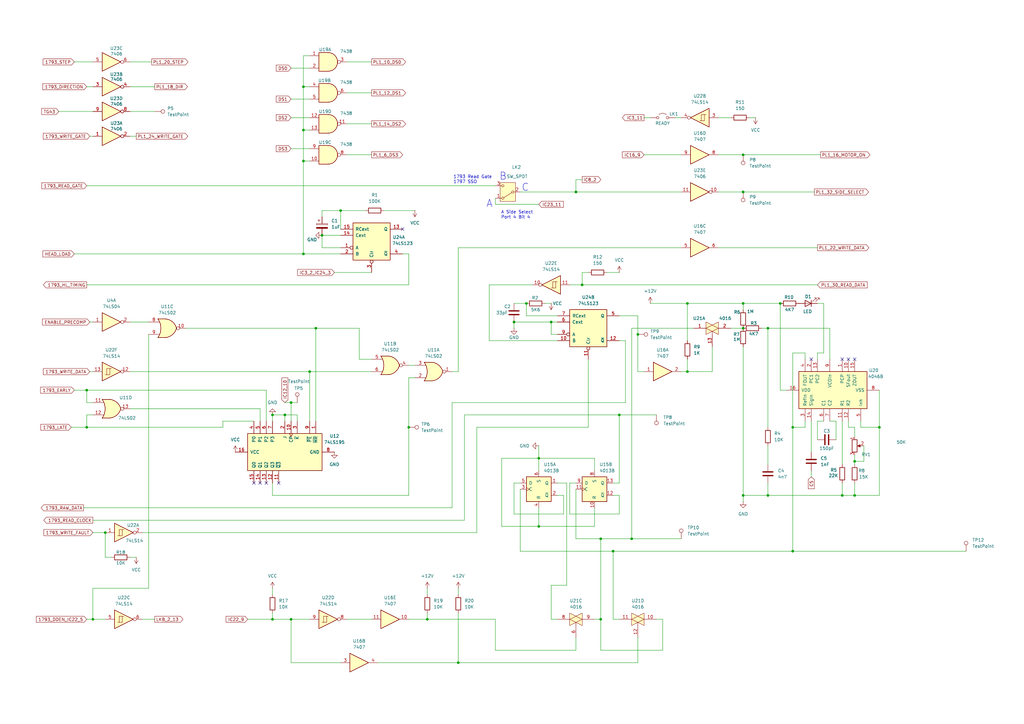
<source format=kicad_sch>
(kicad_sch (version 20250114) (generator "eeschema") (generator_version "9.0")
  (paper "A3")
  (title_block (title "80 Bus FDC Controller") (date "2025-03-30") (rev "2.2.0") (comment 1 "Update to Kicad 9"))
  (text "1793 Read Gate\n1797 SSO" (at 185.928 75.438 0) (effects (font (size 1.27 1.27)) (justify left bottom)))
  (text "A Side Select\nPort 4 Bit 4" (at 205.486 89.916 0) (effects (font (size 1.27 1.27)) (justify left bottom)))
  (text "C" (at 213.868 78.74 0) (effects (font (size 3 3)) (justify left bottom)))
  (text "B" (at 204.724 74.168 0) (effects (font (size 3 3)) (justify left bottom)))
  (text "A" (at 199.39 85.344 0) (effects (font (size 3 3)) (justify left bottom)))
  (junction (at 167.64 175.26))
  (junction (at 246.38 220.98))
  (junction (at 350.52 189.23))
  (junction (at 304.8 63.5))
  (junction (at 304.8 124.46))
  (junction (at 119.38 165.1))
  (junction (at 325.12 175.26))
  (junction (at 139.7 86.36))
  (junction (at 220.98 187.96))
  (junction (at 124.46 66.04))
  (junction (at 304.8 134.62))
  (junction (at 38.1 254))
  (junction (at 43.18 218.44))
  (junction (at 35.56 175.26))
  (junction (at 111.76 170.18))
  (junction (at 127 152.4))
  (junction (at 350.52 203.2))
  (junction (at 246.38 254))
  (junction (at 124.46 35.56))
  (junction (at 360.68 175.26))
  (junction (at 116.84 170.18))
  (junction (at 210.82 132.08))
  (junction (at 124.46 104.14))
  (junction (at 187.96 271.78))
  (junction (at 304.8 203.2))
  (junction (at 251.46 226.06))
  (junction (at 259.08 220.98))
  (junction (at 119.38 254))
  (junction (at 175.26 254))
  (junction (at 220.98 215.9))
  (junction (at 129.54 134.62))
  (junction (at 314.96 134.62))
  (junction (at 238.76 116.84))
  (junction (at 35.56 160.02))
  (junction (at 304.8 78.74))
  (junction (at 132.08 96.52))
  (junction (at 314.96 203.2))
  (junction (at 325.12 226.06))
  (junction (at 236.22 78.74))
  (junction (at 254 170.18))
  (junction (at 345.44 203.2))
  (junction (at 111.76 254))
  (junction (at 261.62 137.16))
  (junction (at 320.04 124.46))
  (junction (at 215.9 124.46))
  (junction (at 281.94 152.4))
  (junction (at 226.06 132.08))
  (junction (at 281.94 124.46))
  (junction (at 124.46 53.34))
  (no_connect (at 165.1 93.98))
  (no_connect (at 332.74 147.32))
  (no_connect (at 350.52 147.32))
  (no_connect (at 347.98 147.32))
  (no_connect (at 345.44 147.32))
  (no_connect (at 114.3 198.12))
  (no_connect (at 104.14 198.12))
  (no_connect (at 106.68 198.12))
  (no_connect (at 109.22 198.12))
  (wire (pts (xy 53.34 45.72) (xy 63.5 45.72)))
  (wire (pts (xy 132.08 96.52) (xy 139.7 96.52)))
  (wire (pts (xy 124.46 35.56) (xy 127 35.56)))
  (wire (pts (xy 304.8 63.5) (xy 336.55 63.5)))
  (wire (pts (xy 213.36 226.06) (xy 251.46 226.06)))
  (wire (pts (xy 350.52 175.26) (xy 350.52 179.07)))
  (wire (pts (xy 264.16 48.26) (xy 266.7 48.26)))
  (wire (pts (xy 254 203.2) (xy 251.46 203.2)))
  (wire (pts (xy 29.21 175.26) (xy 35.56 175.26)))
  (wire (pts (xy 111.76 241.3) (xy 111.76 243.84)))
  (wire (pts (xy 246.38 254) (xy 246.38 266.7)))
  (wire (pts (xy 165.1 104.14) (xy 167.64 104.14)))
  (wire (pts (xy 175.26 254) (xy 167.64 254)))
  (wire (pts (xy 238.76 116.84) (xy 335.28 116.84)))
  (wire (pts (xy 304.8 203.2) (xy 314.96 203.2)))
  (wire (pts (xy 187.96 241.3) (xy 187.96 243.84)))
  (wire (pts (xy 238.76 111.76) (xy 238.76 116.84)))
  (wire (pts (xy 210.82 132.08) (xy 210.82 134.62)))
  (wire (pts (xy 281.94 124.46) (xy 281.94 139.7)))
  (wire (pts (xy 350.52 189.23) (xy 354.33 189.23)))
  (wire (pts (xy 215.9 129.54) (xy 228.6 129.54)))
  (wire (pts (xy 187.96 251.46) (xy 187.96 271.78)))
  (wire (pts (xy 132.08 86.36) (xy 139.7 86.36)))
  (wire (pts (xy 35.56 170.18) (xy 38.1 170.18)))
  (wire (pts (xy 350.52 186.69) (xy 350.52 189.23)))
  (wire (pts (xy 284.48 134.62) (xy 259.08 134.62)))
  (wire (pts (xy 35.56 116.84) (xy 167.64 116.84)))
  (wire (pts (xy 119.38 48.26) (xy 127 48.26)))
  (wire (pts (xy 228.6 137.16) (xy 226.06 137.16)))
  (wire (pts (xy 304.8 142.24) (xy 304.8 203.2)))
  (wire (pts (xy 142.24 50.8) (xy 152.4 50.8)))
  (wire (pts (xy 137.16 111.76) (xy 152.4 111.76)))
  (wire (pts (xy 139.7 86.36) (xy 149.86 86.36)))
  (wire (pts (xy 360.68 203.2) (xy 360.68 175.26)))
  (wire (pts (xy 76.2 134.62) (xy 129.54 134.62)))
  (wire (pts (xy 279.4 152.4) (xy 281.94 152.4)))
  (wire (pts (xy 43.18 228.6) (xy 43.18 218.44)))
  (wire (pts (xy 210.82 124.46) (xy 215.9 124.46)))
  (wire (pts (xy 35.56 160.02) (xy 109.22 160.02)))
  (wire (pts (xy 35.56 165.1) (xy 35.56 160.02)))
  (wire (pts (xy 360.68 160.02) (xy 360.68 175.26)))
  (wire (pts (xy 276.86 48.26) (xy 279.4 48.26)))
  (wire (pts (xy 314.96 182.88) (xy 314.96 190.5)))
  (wire (pts (xy 139.7 86.36) (xy 139.7 93.98)))
  (wire (pts (xy 205.74 215.9) (xy 220.98 215.9)))
  (wire (pts (xy 320.04 160.02) (xy 320.04 124.46)))
  (wire (pts (xy 345.44 203.2) (xy 350.52 203.2)))
  (wire (pts (xy 34.29 208.28) (xy 185.42 208.28)))
  (wire (pts (xy 124.46 66.04) (xy 127 66.04)))
  (wire (pts (xy 154.94 271.78) (xy 187.96 271.78)))
  (wire (pts (xy 254 254) (xy 251.46 254)))
  (wire (pts (xy 254 198.12) (xy 254 170.18)))
  (wire (pts (xy 304.8 78.74) (xy 334.01 78.74)))
  (wire (pts (xy 347.98 175.26) (xy 347.98 172.72)))
  (wire (pts (xy 251.46 226.06) (xy 325.12 226.06)))
  (wire (pts (xy 124.46 53.34) (xy 127 53.34)))
  (wire (pts (xy 175.26 251.46) (xy 175.26 254)))
  (wire (pts (xy 111.76 203.2) (xy 167.64 203.2)))
  (wire (pts (xy 354.33 189.23) (xy 354.33 182.88)))
  (wire (pts (xy 243.84 187.96) (xy 220.98 187.96)))
  (wire (pts (xy 231.14 203.2) (xy 228.6 203.2)))
  (wire (pts (xy 213.36 200.66) (xy 213.36 226.06)))
  (wire (pts (xy 35.56 76.2) (xy 203.2 76.2)))
  (wire (pts (xy 271.78 254) (xy 269.24 254)))
  (wire (pts (xy 228.6 198.12) (xy 232.41 198.12)))
  (wire (pts (xy 232.41 198.12) (xy 232.41 240.03)))
  (wire (pts (xy 259.08 220.98) (xy 279.4 220.98)))
  (wire (pts (xy 236.22 266.7) (xy 203.2 266.7)))
  (wire (pts (xy 314.96 203.2) (xy 345.44 203.2)))
  (wire (pts (xy 345.44 198.12) (xy 345.44 203.2)))
  (wire (pts (xy 91.44 172.72) (xy 104.14 172.72)))
  (wire (pts (xy 238.76 73.66) (xy 236.22 73.66)))
  (wire (pts (xy 281.94 147.32) (xy 281.94 152.4)))
  (wire (pts (xy 58.42 254) (xy 63.5 254)))
  (wire (pts (xy 294.64 78.74) (xy 304.8 78.74)))
  (wire (pts (xy 312.42 134.62) (xy 314.96 134.62)))
  (wire (pts (xy 53.34 132.08) (xy 60.96 132.08)))
  (wire (pts (xy 119.38 165.1) (xy 119.38 172.72)))
  (wire (pts (xy 220.98 215.9) (xy 243.84 215.9)))
  (wire (pts (xy 299.72 134.62) (xy 304.8 134.62)))
  (wire (pts (xy 53.34 55.88) (xy 55.88 55.88)))
  (wire (pts (xy 332.74 172.72) (xy 332.74 185.42)))
  (wire (pts (xy 332.74 193.04) (xy 332.74 195.58)))
  (wire (pts (xy 261.62 271.78) (xy 261.62 261.62)))
  (wire (pts (xy 236.22 200.66) (xy 236.22 220.98)))
  (wire (pts (xy 279.4 101.6) (xy 187.96 101.6)))
  (wire (pts (xy 325.12 226.06) (xy 396.24 226.06)))
  (wire (pts (xy 248.92 111.76) (xy 254 111.76)))
  (wire (pts (xy 142.24 38.1) (xy 152.4 38.1)))
  (wire (pts (xy 62.23 25.4) (xy 53.34 25.4)))
  (wire (pts (xy 157.48 86.36) (xy 170.18 86.36)))
  (wire (pts (xy 187.96 101.6) (xy 187.96 152.4)))
  (wire (pts (xy 111.76 254) (xy 119.38 254)))
  (wire (pts (xy 360.68 175.26) (xy 353.06 175.26)))
  (wire (pts (xy 236.22 198.12) (xy 233.68 198.12)))
  (wire (pts (xy 35.56 160.02) (xy 30.48 160.02)))
  (wire (pts (xy 127 22.86) (xy 124.46 22.86)))
  (wire (pts (xy 200.66 116.84) (xy 218.44 116.84)))
  (wire (pts (xy 345.44 172.72) (xy 345.44 190.5)))
  (wire (pts (xy 139.7 101.6) (xy 132.08 101.6)))
  (wire (pts (xy 142.24 63.5) (xy 152.4 63.5)))
  (wire (pts (xy 119.38 40.64) (xy 127 40.64)))
  (wire (pts (xy 314.96 134.62) (xy 314.96 175.26)))
  (wire (pts (xy 132.08 88.9) (xy 132.08 86.36)))
  (wire (pts (xy 304.8 124.46) (xy 304.8 127)))
  (wire (pts (xy 340.36 172.72) (xy 342.9 172.72)))
  (wire (pts (xy 203.2 81.28) (xy 203.2 83.82)))
  (wire (pts (xy 213.36 78.74) (xy 236.22 78.74)))
  (wire (pts (xy 124.46 53.34) (xy 124.46 66.04)))
  (wire (pts (xy 223.52 124.46) (xy 226.06 124.46)))
  (wire (pts (xy 116.84 170.18) (xy 111.76 170.18)))
  (wire (pts (xy 203.2 254) (xy 175.26 254)))
  (wire (pts (xy 251.46 198.12) (xy 254 198.12)))
  (wire (pts (xy 236.22 73.66) (xy 236.22 78.74)))
  (wire (pts (xy 111.76 198.12) (xy 111.76 203.2)))
  (wire (pts (xy 330.2 147.32) (xy 330.2 144.78)))
  (wire (pts (xy 337.82 172.72) (xy 335.28 172.72)))
  (wire (pts (xy 236.22 78.74) (xy 279.4 78.74)))
  (wire (pts (xy 147.32 147.32) (xy 152.4 147.32)))
  (wire (pts (xy 335.28 172.72) (xy 335.28 180.34)))
  (wire (pts (xy 340.36 134.62) (xy 340.36 147.32)))
  (wire (pts (xy 91.44 175.26) (xy 91.44 172.72)))
  (wire (pts (xy 58.42 218.44) (xy 195.58 218.44)))
  (wire (pts (xy 261.62 152.4) (xy 264.16 152.4)))
  (wire (pts (xy 63.5 35.56) (xy 53.34 35.56)))
  (wire (pts (xy 119.38 165.1) (xy 121.92 165.1)))
  (wire (pts (xy 256.54 139.7) (xy 256.54 165.1)))
  (wire (pts (xy 246.38 220.98) (xy 259.08 220.98)))
  (wire (pts (xy 243.84 193.04) (xy 243.84 187.96)))
  (wire (pts (xy 119.38 254) (xy 127 254)))
  (wire (pts (xy 251.46 226.06) (xy 251.46 254)))
  (wire (pts (xy 111.76 251.46) (xy 111.76 254)))
  (wire (pts (xy 220.98 187.96) (xy 205.74 187.96)))
  (wire (pts (xy 195.58 175.26) (xy 241.3 175.26)))
  (wire (pts (xy 294.64 48.26) (xy 299.72 48.26)))
  (wire (pts (xy 350.52 198.12) (xy 350.52 203.2)))
  (wire (pts (xy 210.82 210.82) (xy 231.14 210.82)))
  (wire (pts (xy 36.83 55.88) (xy 38.1 55.88)))
  (wire (pts (xy 200.66 139.7) (xy 200.66 116.84)))
  (wire (pts (xy 129.54 134.62) (xy 147.32 134.62)))
  (wire (pts (xy 200.66 139.7) (xy 228.6 139.7)))
  (wire (pts (xy 243.84 254) (xy 246.38 254)))
  (wire (pts (xy 60.96 137.16) (xy 60.96 241.3)))
  (wire (pts (xy 38.1 218.44) (xy 43.18 218.44)))
  (wire (pts (xy 281.94 124.46) (xy 266.7 124.46)))
  (wire (pts (xy 337.82 144.78) (xy 335.28 144.78)))
  (wire (pts (xy 241.3 175.26) (xy 241.3 147.32)))
  (wire (pts (xy 101.6 254) (xy 111.76 254)))
  (wire (pts (xy 261.62 129.54) (xy 261.62 137.16)))
  (wire (pts (xy 121.92 172.72) (xy 121.92 170.18)))
  (wire (pts (xy 185.42 165.1) (xy 185.42 208.28)))
  (wire (pts (xy 38.1 213.36) (xy 190.5 213.36)))
  (wire (pts (xy 24.13 45.72) (xy 38.1 45.72)))
  (wire (pts (xy 30.48 104.14) (xy 124.46 104.14)))
  (wire (pts (xy 132.08 101.6) (xy 132.08 96.52)))
  (wire (pts (xy 294.64 63.5) (xy 304.8 63.5)))
  (wire (pts (xy 142.24 25.4) (xy 152.4 25.4)))
  (wire (pts (xy 232.41 240.03) (xy 226.06 240.03)))
  (wire (pts (xy 233.68 116.84) (xy 238.76 116.84)))
  (wire (pts (xy 121.92 170.18) (xy 116.84 170.18)))
  (wire (pts (xy 139.7 271.78) (xy 119.38 271.78)))
  (wire (pts (xy 210.82 198.12) (xy 210.82 210.82)))
  (wire (pts (xy 190.5 170.18) (xy 254 170.18)))
  (wire (pts (xy 220.98 182.88) (xy 220.98 187.96)))
  (wire (pts (xy 307.34 48.26) (xy 309.88 48.26)))
  (wire (pts (xy 236.22 220.98) (xy 246.38 220.98)))
  (wire (pts (xy 233.68 198.12) (xy 233.68 210.82)))
  (wire (pts (xy 271.78 266.7) (xy 271.78 254)))
  (wire (pts (xy 35.56 35.56) (xy 38.1 35.56)))
  (wire (pts (xy 35.56 175.26) (xy 35.56 170.18)))
  (wire (pts (xy 320.04 124.46) (xy 304.8 124.46)))
  (wire (pts (xy 185.42 152.4) (xy 187.96 152.4)))
  (wire (pts (xy 254 139.7) (xy 256.54 139.7)))
  (wire (pts (xy 325.12 175.26) (xy 325.12 226.06)))
  (wire (pts (xy 226.06 132.08) (xy 228.6 132.08)))
  (wire (pts (xy 167.64 203.2) (xy 167.64 175.26)))
  (wire (pts (xy 106.68 167.64) (xy 53.34 167.64)))
  (wire (pts (xy 335.28 144.78) (xy 335.28 147.32)))
  (wire (pts (xy 236.22 261.62) (xy 236.22 266.7)))
  (wire (pts (xy 226.06 137.16) (xy 226.06 132.08)))
  (wire (pts (xy 195.58 218.44) (xy 195.58 175.26)))
  (wire (pts (xy 116.84 165.1) (xy 119.38 165.1)))
  (wire (pts (xy 330.2 172.72) (xy 330.2 175.26)))
  (wire (pts (xy 254 170.18) (xy 269.24 170.18)))
  (wire (pts (xy 38.1 241.3) (xy 38.1 254)))
  (wire (pts (xy 53.34 152.4) (xy 127 152.4)))
  (wire (pts (xy 175.26 241.3) (xy 175.26 243.84)))
  (wire (pts (xy 210.82 132.08) (xy 226.06 132.08)))
  (wire (pts (xy 322.58 160.02) (xy 320.04 160.02)))
  (wire (pts (xy 127 152.4) (xy 152.4 152.4)))
  (wire (pts (xy 226.06 254) (xy 228.6 254)))
  (wire (pts (xy 281.94 152.4) (xy 292.1 152.4)))
  (wire (pts (xy 119.38 60.96) (xy 127 60.96)))
  (wire (pts (xy 116.84 172.72) (xy 116.84 170.18)))
  (wire (pts (xy 335.28 124.46) (xy 337.82 124.46)))
  (wire (pts (xy 259.08 134.62) (xy 259.08 220.98)))
  (wire (pts (xy 220.98 208.28) (xy 220.98 215.9)))
  (wire (pts (xy 35.56 175.26) (xy 91.44 175.26)))
  (wire (pts (xy 119.38 27.94) (xy 127 27.94)))
  (wire (pts (xy 190.5 170.18) (xy 190.5 213.36)))
  (wire (pts (xy 205.74 187.96) (xy 205.74 215.9)))
  (wire (pts (xy 35.56 254) (xy 38.1 254)))
  (wire (pts (xy 254 129.54) (xy 261.62 129.54)))
  (wire (pts (xy 127 152.4) (xy 127 172.72)))
  (wire (pts (xy 246.38 266.7) (xy 271.78 266.7)))
  (wire (pts (xy 314.96 198.12) (xy 314.96 203.2)))
  (wire (pts (xy 314.96 134.62) (xy 340.36 134.62)))
  (wire (pts (xy 325.12 144.78) (xy 325.12 175.26)))
  (wire (pts (xy 36.83 152.4) (xy 38.1 152.4)))
  (wire (pts (xy 124.46 104.14) (xy 139.7 104.14)))
  (wire (pts (xy 342.9 172.72) (xy 342.9 180.34)))
  (wire (pts (xy 109.22 160.02) (xy 109.22 172.72)))
  (wire (pts (xy 231.14 210.82) (xy 231.14 203.2)))
  (wire (pts (xy 167.64 154.94) (xy 170.18 154.94)))
  (wire (pts (xy 350.52 203.2) (xy 360.68 203.2)))
  (wire (pts (xy 304.8 205.74) (xy 304.8 203.2)))
  (wire (pts (xy 111.76 170.18) (xy 111.76 172.72)))
  (wire (pts (xy 330.2 175.26) (xy 325.12 175.26)))
  (wire (pts (xy 60.96 241.3) (xy 38.1 241.3)))
  (wire (pts (xy 337.82 124.46) (xy 337.82 144.78)))
  (wire (pts (xy 167.64 149.86) (xy 170.18 149.86)))
  (wire (pts (xy 233.68 210.82) (xy 254 210.82)))
  (wire (pts (xy 353.06 175.26) (xy 353.06 172.72)))
  (wire (pts (xy 350.52 190.5) (xy 350.52 189.23)))
  (wire (pts (xy 187.96 271.78) (xy 261.62 271.78)))
  (wire (pts (xy 129.54 134.62) (xy 129.54 172.72)))
  (wire (pts (xy 330.2 144.78) (xy 325.12 144.78)))
  (wire (pts (xy 106.68 172.72) (xy 106.68 167.64)))
  (wire (pts (xy 350.52 175.26) (xy 347.98 175.26)))
  (wire (pts (xy 203.2 83.82) (xy 220.98 83.82)))
  (wire (pts (xy 45.72 228.6) (xy 43.18 228.6)))
  (wire (pts (xy 220.98 187.96) (xy 220.98 193.04)))
  (wire (pts (xy 241.3 111.76) (xy 238.76 111.76)))
  (wire (pts (xy 215.9 129.54) (xy 215.9 124.46)))
  (wire (pts (xy 36.83 132.08) (xy 38.1 132.08)))
  (wire (pts (xy 213.36 198.12) (xy 210.82 198.12)))
  (wire (pts (xy 167.64 175.26) (xy 167.64 154.94)))
  (wire (pts (xy 38.1 254) (xy 43.18 254)))
  (wire (pts (xy 264.16 63.5) (xy 279.4 63.5)))
  (wire (pts (xy 304.8 124.46) (xy 281.94 124.46)))
  (wire (pts (xy 261.62 137.16) (xy 261.62 152.4)))
  (wire (pts (xy 124.46 35.56) (xy 124.46 53.34)))
  (wire (pts (xy 167.64 104.14) (xy 167.64 116.84)))
  (wire (pts (xy 147.32 134.62) (xy 147.32 147.32)))
  (wire (pts (xy 119.38 271.78) (xy 119.38 254)))
  (wire (pts (xy 38.1 165.1) (xy 35.56 165.1)))
  (wire (pts (xy 246.38 220.98) (xy 246.38 254)))
  (wire (pts (xy 203.2 266.7) (xy 203.2 254)))
  (wire (pts (xy 294.64 101.6) (xy 335.28 101.6)))
  (wire (pts (xy 243.84 215.9) (xy 243.84 208.28)))
  (wire (pts (xy 124.46 66.04) (xy 124.46 104.14)))
  (wire (pts (xy 292.1 142.24) (xy 292.1 152.4)))
  (wire (pts (xy 142.24 254) (xy 152.4 254)))
  (wire (pts (xy 124.46 22.86) (xy 124.46 35.56)))
  (wire (pts (xy 254 210.82) (xy 254 203.2)))
  (wire (pts (xy 53.34 228.6) (xy 55.88 228.6)))
  (wire (pts (xy 226.06 240.03) (xy 226.06 254)))
  (wire (pts (xy 30.48 25.4) (xy 38.1 25.4)))
  (wire (pts (xy 256.54 165.1) (xy 185.42 165.1)))
  (global_label "PL1_10_DS0" (shape output) (at 152.4 25.4 0) (property "Intersheetrefs" "${INTERSHEET_REFS}" (effects (hide yes))))
  (global_label "1793_RAW_DATA" (shape output) (at 34.29 208.28 180) (property "Intersheetrefs" "${INTERSHEET_REFS}" (effects (hide yes))))
  (global_label "DS3" (shape input) (at 119.38 60.96 180) (property "Intersheetrefs" "${INTERSHEET_REFS}" (effects (hide yes))))
  (global_label "IC23_11" (shape input) (at 220.98 83.82 0) (property "Intersheetrefs" "${INTERSHEET_REFS}" (effects (hide yes))))
  (global_label "1793_READ_CLOCK" (shape output) (at 38.1 213.36 180) (property "Intersheetrefs" "${INTERSHEET_REFS}" (effects (hide yes))))
  (global_label "IC12_10" (shape input) (at 116.84 165.1 90) (property "Intersheetrefs" "${INTERSHEET_REFS}" (effects (hide yes))))
  (global_label "PL1_14_DS2" (shape output) (at 152.4 50.8 0) (property "Intersheetrefs" "${INTERSHEET_REFS}" (effects (hide yes))))
  (global_label "1793_READ_GATE" (shape input) (at 35.56 76.2 180) (property "Intersheetrefs" "${INTERSHEET_REFS}" (effects (hide yes))))
  (global_label "IC16_9" (shape input) (at 264.16 63.5 180) (property "Intersheetrefs" "${INTERSHEET_REFS}" (effects (hide yes))))
  (global_label "PL1_30_READ_DATA" (shape input) (at 335.28 116.84 0) (property "Intersheetrefs" "${INTERSHEET_REFS}" (effects (hide yes))))
  (global_label "PL1_16_MOTOR_ON" (shape output) (at 336.55 63.5 0) (property "Intersheetrefs" "${INTERSHEET_REFS}" (effects (hide yes))))
  (global_label "IC3_2_IC24_3" (shape input) (at 137.16 111.76 180) (property "Intersheetrefs" "${INTERSHEET_REFS}" (effects (hide yes))))
  (global_label "1793_WRITE_DATA" (shape input) (at 36.83 152.4 180) (property "Intersheetrefs" "${INTERSHEET_REFS}" (effects (hide yes))))
  (global_label "1793_WRITE_FAULT" (shape input) (at 38.1 218.44 180) (property "Intersheetrefs" "${INTERSHEET_REFS}" (effects (hide yes))))
  (global_label "IC22_9" (shape input) (at 101.6 254 180) (property "Intersheetrefs" "${INTERSHEET_REFS}" (effects (hide yes))))
  (global_label "PL1_24_WRITE_GATE" (shape output) (at 55.88 55.88 0) (property "Intersheetrefs" "${INTERSHEET_REFS}" (effects (hide yes))))
  (global_label "1793_DIRECTION" (shape input) (at 35.56 35.56 180) (property "Intersheetrefs" "${INTERSHEET_REFS}" (effects (hide yes))))
  (global_label "DS1" (shape input) (at 119.38 40.64 180) (property "Intersheetrefs" "${INTERSHEET_REFS}" (effects (hide yes))))
  (global_label "ENABLE_PRECOMP" (shape input) (at 36.83 132.08 180) (property "Intersheetrefs" "${INTERSHEET_REFS}" (effects (hide yes))))
  (global_label "PL1_32_SIDE_SELECT" (shape output) (at 334.01 78.74 0) (property "Intersheetrefs" "${INTERSHEET_REFS}" (effects (hide yes))))
  (global_label "1793_EARLY" (shape input) (at 30.48 160.02 180) (property "Intersheetrefs" "${INTERSHEET_REFS}" (effects (hide yes))))
  (global_label "IC3_11" (shape output) (at 264.16 48.26 180) (property "Intersheetrefs" "${INTERSHEET_REFS}" (effects (hide yes))))
  (global_label "TG43" (shape input) (at 24.13 45.72 180) (property "Intersheetrefs" "${INTERSHEET_REFS}" (effects (hide yes))))
  (global_label "1793_LATE" (shape input) (at 29.21 175.26 180) (property "Intersheetrefs" "${INTERSHEET_REFS}" (effects (hide yes))))
  (global_label "HEAD_LOAD" (shape input) (at 30.48 104.14 180) (property "Intersheetrefs" "${INTERSHEET_REFS}" (effects (hide yes))))
  (global_label "1793_DDEN_IC22_5" (shape input) (at 35.56 254 180) (property "Intersheetrefs" "${INTERSHEET_REFS}" (effects (hide yes))))
  (global_label "PL1_22_WRITE_DATA" (shape output) (at 335.28 101.6 0) (property "Intersheetrefs" "${INTERSHEET_REFS}" (effects (hide yes))))
  (global_label "PL1_20_STEP" (shape output) (at 62.23 25.4 0) (property "Intersheetrefs" "${INTERSHEET_REFS}" (effects (hide yes))))
  (global_label "IC8_2" (shape output) (at 238.76 73.66 0) (property "Intersheetrefs" "${INTERSHEET_REFS}" (effects (hide yes))))
  (global_label "C5" (shape input) (at 332.74 195.58 270) (property "Intersheetrefs" "${INTERSHEET_REFS}" (effects (hide yes))))
  (global_label "1793_WRITE_GATE" (shape input) (at 36.83 55.88 180) (property "Intersheetrefs" "${INTERSHEET_REFS}" (effects (hide yes))))
  (global_label "PL1_12_DS1" (shape output) (at 152.4 38.1 0) (property "Intersheetrefs" "${INTERSHEET_REFS}" (effects (hide yes))))
  (global_label "1793_HL_TIMING" (shape output) (at 35.56 116.84 180) (property "Intersheetrefs" "${INTERSHEET_REFS}" (effects (hide yes))))
  (global_label "DS0" (shape input) (at 119.38 27.94 180) (property "Intersheetrefs" "${INTERSHEET_REFS}" (effects (hide yes))))
  (global_label "1793_STEP" (shape input) (at 30.48 25.4 180) (property "Intersheetrefs" "${INTERSHEET_REFS}" (effects (hide yes))))
  (global_label "PL1_6_DS3" (shape output) (at 152.4 63.5 0) (property "Intersheetrefs" "${INTERSHEET_REFS}" (effects (hide yes))))
  (global_label "DS2" (shape input) (at 119.38 48.26 180) (property "Intersheetrefs" "${INTERSHEET_REFS}" (effects (hide yes))))
  (global_label "LKB_2_13" (shape output) (at 63.5 254 0) (property "Intersheetrefs" "${INTERSHEET_REFS}" (effects (hide yes))))
  (global_label "PL1_18_DIR" (shape output) (at 63.5 35.56 0) (property "Intersheetrefs" "${INTERSHEET_REFS}" (effects (hide yes))))
  (symbol (lib_id "74xx:74LS14") (at 50.8 254 0) (unit 3)
    (property "Reference" "U22" (at 50.8 245.11 0))
    (property "Value" "74LS14" (at 50.8 247.65 0))
    (property "Footprint" "Package_DIP:DIP-14_W7.62mm_Socket" (effects (hide yes)))
    (property "Datasheet" "http://www.ti.com/lit/gpn/sn74LS14" (effects (hide yes)))
    (property "Description" "Hex inverter schmitt trigger" (effects (hide yes)))
  )
  (symbol (lib_id "Device:R") (at 111.76 247.65 0) (unit 1)
    (property "Reference" "R17" (at 114.3 246.3799 0) (effects (justify left)))
    (property "Value" "10K" (at 114.3 248.9199 0) (effects (justify left)))
    (property "Footprint" "Resistor_THT:R_Axial_DIN0309_L9.0mm_D3.2mm_P12.70mm_Horizontal" (effects (hide yes)))
    (property "Description" "Resistor" (effects (hide yes)))
  )
  (symbol (lib_id "power:GND") (at 220.98 182.88 270) (unit 1)
    (property "Reference" "#PWR0169" (effects (hide yes)))
    (property "Value" "GND" (at 217.17 182.8799 90) (effects (justify right)))
    (property "Description" "Power symbol creates a global label with name \"GND\" , ground" (effects (hide yes)))
  )
  (symbol (lib_id "Connector:TestPoint") (at 304.8 63.5 180) (unit 1)
    (property "Reference" "P8" (at 307.34 65.5319 0) (effects (justify right)))
    (property "Value" "TestPoint" (at 307.34 68.0719 0) (effects (justify right)))
    (property "Footprint" "TestPoint:TestPoint_THTPad_D1.5mm_Drill0.7mm" (effects (hide yes)))
    (property "Description" "test point" (effects (hide yes)))
  )
  (symbol (lib_id "power:VCC") (at 170.18 86.36 180) (unit 1)
    (property "Reference" "#PWR0159" (effects (hide yes)))
    (property "Value" "VCC" (at 170.18 91.44 0))
    (property "Description" "Power symbol creates a global label with name \"VCC\"" (effects (hide yes)))
  )
  (symbol (lib_id "Device:R") (at 281.94 143.51 0) (unit 1)
    (property "Reference" "R9" (at 284.48 142.2399 0) (effects (justify left)))
    (property "Value" "1K" (at 284.48 144.7799 0) (effects (justify left)))
    (property "Footprint" "Resistor_THT:R_Axial_DIN0309_L9.0mm_D3.2mm_P12.70mm_Horizontal" (effects (hide yes)))
    (property "Description" "Resistor" (effects (hide yes)))
  )
  (symbol (lib_id "Device:R") (at 304.8 138.43 0) (unit 1)
    (property "Reference" "R7" (at 300.736 137.16 0) (effects (justify left)))
    (property "Value" "1M" (at 300.736 139.192 0) (effects (justify left)))
    (property "Footprint" "Resistor_THT:R_Axial_DIN0309_L9.0mm_D3.2mm_P12.70mm_Horizontal" (effects (hide yes)))
    (property "Description" "Resistor" (effects (hide yes)))
  )
  (symbol (lib_id "80bus:7407") (at 160.02 254 0) (unit 5)
    (property "Reference" "U16" (at 160.02 245.11 0))
    (property "Value" "7407" (at 160.02 247.65 0))
    (property "Footprint" "Package_DIP:DIP-14_W7.62mm_Socket" (effects (hide yes)))
    (property "Datasheet" "www.ti.com/lit/ds/symlink/sn74ls07.pdf" (effects (hide yes)))
    (property "Description" "Hex Buffers and Drivers With Open Collector High Voltage Outputs" (effects (hide yes)))
  )
  (symbol (lib_id "Device:C") (at 332.74 189.23 0) (unit 1)
    (property "Reference" "C5" (at 336.55 187.9599 0) (effects (justify left)))
    (property "Value" "1nF" (at 336.55 190.4999 0) (effects (justify left)))
    (property "Footprint" "Capacitor_THT:C_Disc_D6.0mm_W4.4mm_P5.00mm" (effects (hide yes)))
    (property "Description" "Unpolarized capacitor" (effects (hide yes)))
  )
  (symbol (lib_id "Device:R_Potentiometer") (at 350.52 182.88 0) (unit 1)
    (property "Reference" "RV1" (at 357.124 186.436 0) (effects (justify right)))
    (property "Value" "50K" (at 371.602 181.356 0) (effects (justify right)))
    (property "Footprint" "Potentiometer_THT:Potentiometer_Vishay_43_Horizontal" (effects (hide yes)))
    (property "Description" "Potentiometer" (effects (hide yes)))
  )
  (symbol (lib_id "power:VCC") (at 309.88 48.26 180) (unit 1)
    (property "Reference" "#PWR0160" (effects (hide yes)))
    (property "Value" "VCC" (at 309.88 53.34 0))
    (property "Description" "Power symbol creates a global label with name \"VCC\"" (effects (hide yes)))
  )
  (symbol (lib_id "Device:R") (at 308.61 134.62 90) (unit 1)
    (property "Reference" "R3" (at 309.118 132.588 90))
    (property "Value" "4K7" (at 309.118 136.906 90))
    (property "Footprint" "Resistor_THT:R_Axial_DIN0309_L9.0mm_D3.2mm_P12.70mm_Horizontal" (effects (hide yes)))
    (property "Description" "Resistor" (effects (hide yes)))
  )
  (symbol (lib_id "power:GND") (at 304.8 205.74 0) (unit 1)
    (property "Reference" "#PWR0170" (effects (hide yes)))
    (property "Value" "GND" (at 304.8 210.82 0))
    (property "Description" "Power symbol creates a global label with name \"GND\" , ground" (effects (hide yes)))
  )
  (symbol (lib_id "Device:C") (at 339.09 180.34 90) (unit 1)
    (property "Reference" "C3" (at 339.09 176.784 90))
    (property "Value" "150pF" (at 339.09 183.896 90))
    (property "Footprint" "Capacitor_THT:C_Disc_D6.0mm_W4.4mm_P5.00mm" (effects (hide yes)))
    (property "Description" "Unpolarized capacitor" (effects (hide yes)))
  )
  (symbol (lib_id "74xx:74LS04") (at 45.72 132.08 0) (unit 1)
    (property "Reference" "U4" (at 45.72 123.19 0))
    (property "Value" "74LS04" (at 45.72 125.73 0))
    (property "Footprint" "Package_DIP:DIP-14_W7.62mm_Socket" (effects (hide yes)))
    (property "Datasheet" "http://www.ti.com/lit/gpn/sn74LS04" (effects (hide yes)))
    (property "Description" "Hex Inverter" (effects (hide yes)))
  )
  (symbol (lib_id "74xx:74LS14") (at 45.72 152.4 0) (unit 6)
    (property "Reference" "U22" (at 45.72 143.51 0))
    (property "Value" "74LS14" (at 45.72 146.05 0))
    (property "Footprint" "Package_DIP:DIP-14_W7.62mm_Socket" (effects (hide yes)))
    (property "Datasheet" "http://www.ti.com/lit/gpn/sn74LS14" (effects (hide yes)))
    (property "Description" "Hex inverter schmitt trigger" (effects (hide yes)))
  )
  (symbol (lib_id "Connector:TestPoint") (at 269.24 170.18 180) (unit 1)
    (property "Reference" "TP8" (at 272.034 171.196 0) (effects (justify right)))
    (property "Value" "TestPoint" (at 272.034 173.736 0) (effects (justify right)))
    (property "Footprint" "TestPoint:TestPoint_THTPad_D1.5mm_Drill0.7mm" (effects (hide yes)))
    (property "Description" "test point" (effects (hide yes)))
  )
  (symbol (lib_id "Device:R") (at 175.26 247.65 0) (unit 1)
    (property "Reference" "R19" (at 177.8 246.3799 0) (effects (justify left)))
    (property "Value" "10K" (at 177.8 248.9199 0) (effects (justify left)))
    (property "Footprint" "Resistor_THT:R_Axial_DIN0309_L9.0mm_D3.2mm_P12.70mm_Horizontal" (effects (hide yes)))
    (property "Description" "Resistor" (effects (hide yes)))
  )
  (symbol (lib_id "Connector:TestPoint") (at 121.92 165.1 0) (unit 1)
    (property "Reference" "TP5" (at 120.65 159.258 0) (effects (justify left)))
    (property "Value" "TestPoint" (at 118.11 156.464 0) (effects (justify left)))
    (property "Footprint" "TestPoint:TestPoint_THTPad_D1.5mm_Drill0.7mm" (effects (hide yes)))
    (property "Description" "test point" (effects (hide yes)))
  )
  (symbol (lib_id "4xxx:4046") (at 340.36 160.02 90) (unit 1)
    (property "Reference" "U20" (at 358.394 151.892 90))
    (property "Value" "4046B" (at 359.156 154.432 90))
    (property "Footprint" "Package_DIP:DIP-16_W7.62mm_Socket" (effects (hide yes)))
    (property "Datasheet" "https://assets.nexperia.com/documents/data-sheet/HEF4046B.pdf" (effects (hide yes)))
    (property "Description" "Phase Comp & VCO" (effects (hide yes)))
  )
  (symbol (lib_id "power:VCC") (at 96.52 185.42 0) (unit 1)
    (property "Reference" "#PWR0162" (effects (hide yes)))
    (property "Value" "VCC" (at 96.52 180.34 0))
    (property "Description" "Power symbol creates a global label with name \"VCC\"" (effects (hide yes)))
  )
  (symbol (lib_id "4xxx:4016") (at 292.1 134.62 0) (mirror x) (unit 1)
    (property "Reference" "U21" (at 286.766 130.556 0))
    (property "Value" "4016" (at 297.434 130.556 0))
    (property "Footprint" "Package_DIP:DIP-14_W7.62mm_Socket" (effects (hide yes)))
    (property "Datasheet" "http://www.ti.com/lit/ds/symlink/cd4016b.pdf" (effects (hide yes)))
    (property "Description" "Quad Analog Switches" (effects (hide yes)))
  )
  (symbol (lib_id "Device:R") (at 187.96 247.65 0) (unit 1)
    (property "Reference" "R20" (at 190.5 246.3799 0) (effects (justify left)))
    (property "Value" "10K" (at 190.5 248.9199 0) (effects (justify left)))
    (property "Footprint" "Resistor_THT:R_Axial_DIN0309_L9.0mm_D3.2mm_P12.70mm_Horizontal" (effects (hide yes)))
    (property "Description" "Resistor" (effects (hide yes)))
  )
  (symbol (lib_id "80bus:7407") (at 287.02 101.6 0) (unit 3)
    (property "Reference" "U16" (at 287.02 92.71 0))
    (property "Value" "7407" (at 287.02 95.25 0))
    (property "Footprint" "Package_DIP:DIP-14_W7.62mm_Socket" (effects (hide yes)))
    (property "Datasheet" "www.ti.com/lit/ds/symlink/sn74ls07.pdf" (effects (hide yes)))
    (property "Description" "Hex Buffers and Drivers With Open Collector High Voltage Outputs" (effects (hide yes)))
  )
  (symbol (lib_id "Connector:TestPoint") (at 396.24 226.06 0) (unit 1)
    (property "Reference" "TP12" (at 398.78 221.4879 0) (effects (justify left)))
    (property "Value" "TestPoint" (at 398.78 224.0279 0) (effects (justify left)))
    (property "Footprint" "TestPoint:TestPoint_THTPad_D1.5mm_Drill0.7mm" (effects (hide yes)))
    (property "Description" "test point" (effects (hide yes)))
  )
  (symbol (lib_id "74xx:74LS14") (at 287.02 48.26 180) (unit 2)
    (property "Reference" "U22" (at 287.02 39.37 0))
    (property "Value" "74LS14" (at 287.02 41.91 0))
    (property "Footprint" "Package_DIP:DIP-14_W7.62mm_Socket" (effects (hide yes)))
    (property "Datasheet" "http://www.ti.com/lit/gpn/sn74LS14" (effects (hide yes)))
    (property "Description" "Hex inverter schmitt trigger" (effects (hide yes)))
  )
  (symbol (lib_id "power:GND") (at 210.82 134.62 0) (unit 1)
    (property "Reference" "#PWR0164" (effects (hide yes)))
    (property "Value" "GND" (at 210.82 138.43 0))
    (property "Description" "Power symbol creates a global label with name \"GND\" , ground" (effects (hide yes)))
  )
  (symbol (lib_id "74xx:74LS02") (at 177.8 152.4 0) (mirror x) (unit 1)
    (property "Reference" "U11" (at 177.8 143.51 0))
    (property "Value" "74LS02" (at 177.8 146.05 0))
    (property "Footprint" "Package_DIP:DIP-14_W7.62mm_Socket" (effects (hide yes)))
    (property "Datasheet" "http://www.ti.com/lit/gpn/sn74ls02" (effects (hide yes)))
    (property "Description" "quad 2-input NOR gate" (effects (hide yes)))
  )
  (symbol (lib_id "80bus:7407") (at 271.78 152.4 0) (unit 1)
    (property "Reference" "U16" (at 271.78 143.51 0))
    (property "Value" "7407" (at 271.78 146.05 0))
    (property "Footprint" "Package_DIP:DIP-14_W7.62mm_Socket" (effects (hide yes)))
    (property "Datasheet" "www.ti.com/lit/ds/symlink/sn74ls07.pdf" (effects (hide yes)))
    (property "Description" "Hex Buffers and Drivers With Open Collector High Voltage Outputs" (effects (hide yes)))
  )
  (symbol (lib_id "80bus:7406") (at 45.72 25.4 0) (unit 3)
    (property "Reference" "U23" (at 47.752 19.812 0))
    (property "Value" "7406" (at 47.752 22.098 0))
    (property "Footprint" "Package_DIP:DIP-14_W7.62mm_Socket" (effects (hide yes)))
    (property "Datasheet" "http://www.ti.com/lit/gpn/sn74LS06" (effects (hide yes)))
    (property "Description" "Inverter Open Collect" (effects (hide yes)))
  )
  (symbol (lib_id "power:GND") (at 111.76 170.18 180) (unit 1)
    (property "Reference" "#PWR0163" (effects (hide yes)))
    (property "Value" "GND" (at 111.76 165.1 0))
    (property "Description" "Power symbol creates a global label with name \"GND\" , ground" (effects (hide yes)))
  )
  (symbol (lib_id "Device:R") (at 350.52 194.31 0) (unit 1)
    (property "Reference" "R8" (at 352.044 193.04 0) (effects (justify left)))
    (property "Value" "15K" (at 352.298 195.58 0) (effects (justify left)))
    (property "Footprint" "Resistor_THT:R_Axial_DIN0309_L9.0mm_D3.2mm_P12.70mm_Horizontal" (effects (hide yes)))
    (property "Description" "Resistor" (effects (hide yes)))
  )
  (symbol (lib_id "80bus:7406") (at 45.72 35.56 0) (unit 2)
    (property "Reference" "U23" (at 47.752 30.48 0))
    (property "Value" "7406" (at 47.752 32.512 0))
    (property "Footprint" "Package_DIP:DIP-14_W7.62mm_Socket" (effects (hide yes)))
    (property "Datasheet" "http://www.ti.com/lit/gpn/sn74LS06" (effects (hide yes)))
    (property "Description" "Inverter Open Collect" (effects (hide yes)))
  )
  (symbol (lib_id "power:VCC") (at 55.88 228.6 180) (unit 1)
    (property "Reference" "#PWR0167" (effects (hide yes)))
    (property "Value" "VCC" (at 55.88 233.68 0))
    (property "Description" "Power symbol creates a global label with name \"VCC\"" (effects (hide yes)))
  )
  (symbol (lib_id "power:+12V") (at 187.96 241.3 0) (unit 1)
    (property "Reference" "#PWR0174" (effects (hide yes)))
    (property "Value" "+12V" (at 187.96 236.22 0))
    (property "Description" "Power symbol creates a global label with name \"+12V\"" (effects (hide yes)))
  )
  (symbol (lib_id "Device:R") (at 345.44 194.31 0) (unit 1)
    (property "Reference" "R5" (at 340.614 192.786 0) (effects (justify left)))
    (property "Value" "22K" (at 339.852 195.072 0) (effects (justify left)))
    (property "Footprint" "Resistor_THT:R_Axial_DIN0309_L9.0mm_D3.2mm_P12.70mm_Horizontal" (effects (hide yes)))
    (property "Description" "Resistor" (effects (hide yes)))
  )
  (symbol (lib_id "74xx:74LS123") (at 152.4 99.06 0) (unit 1)
    (property "Reference" "U24" (at 163.576 97.282 0))
    (property "Value" "74LS123" (at 165.1 99.822 0))
    (property "Footprint" "Package_DIP:DIP-16_W7.62mm_Socket" (effects (hide yes)))
    (property "Datasheet" "http://www.ti.com/lit/gpn/sn74LS123" (effects (hide yes)))
    (property "Description" "Dual retriggerable Monostable" (effects (hide yes)))
  )
  (symbol (lib_id "74xx:74LS195") (at 116.84 185.42 90) (mirror x) (unit 1)
    (property "Reference" "U12" (at 137.16 178.8412 90))
    (property "Value" "74LS195" (at 137.16 181.3812 90))
    (property "Footprint" "Package_DIP:DIP-16_W7.62mm_Socket" (effects (hide yes)))
    (property "Datasheet" "http://www.ti.com/lit/gpn/sn74LS195" (effects (hide yes)))
    (property "Description" "Shift Register 4-bit, parallel" (effects (hide yes)))
  )
  (symbol (lib_id "Device:C_Polarized") (at 132.08 92.71 0) (unit 1)
    (property "Reference" "C1" (at 135.89 90.5509 0) (effects (justify left)))
    (property "Value" "1uF" (at 135.89 93.0909 0) (effects (justify left)))
    (property "Footprint" "Capacitor_THT:C_Disc_D6.0mm_W4.4mm_P5.00mm" (effects (hide yes)))
    (property "Description" "Polarized capacitor" (effects (hide yes)))
  )
  (symbol (lib_id "Connector:TestPoint") (at 63.5 45.72 270) (unit 1)
    (property "Reference" "P5" (at 68.58 44.4499 90) (effects (justify left)))
    (property "Value" "TestPoint" (at 68.58 46.9899 90) (effects (justify left)))
    (property "Footprint" "TestPoint:TestPoint_THTPad_D1.5mm_Drill0.7mm" (effects (hide yes)))
    (property "Description" "test point" (effects (hide yes)))
  )
  (symbol (lib_id "power:VCC") (at 111.76 241.3 0) (unit 1)
    (property "Reference" "#PWR0172" (effects (hide yes)))
    (property "Value" "VCC" (at 111.76 236.22 0))
    (property "Description" "Power symbol creates a global label with name \"VCC\"" (effects (hide yes)))
  )
  (symbol (lib_id "74xx:74LS14") (at 134.62 254 0) (unit 4)
    (property "Reference" "U22" (at 134.62 245.11 0))
    (property "Value" "74LS14" (at 134.62 247.65 0))
    (property "Footprint" "Package_DIP:DIP-14_W7.62mm_Socket" (effects (hide yes)))
    (property "Datasheet" "http://www.ti.com/lit/gpn/sn74LS14" (effects (hide yes)))
    (property "Description" "Hex inverter schmitt trigger" (effects (hide yes)))
  )
  (symbol (lib_id "80bus:7406") (at 287.02 78.74 0) (unit 5)
    (property "Reference" "U23" (at 287.02 69.85 0))
    (property "Value" "7406" (at 287.02 72.39 0))
    (property "Footprint" "Package_DIP:DIP-14_W7.62mm_Socket" (effects (hide yes)))
    (property "Datasheet" "http://www.ti.com/lit/gpn/sn74LS06" (effects (hide yes)))
    (property "Description" "Inverter Open Collect" (effects (hide yes)))
  )
  (symbol (lib_id "Device:LED") (at 331.47 124.46 180) (unit 1)
    (property "Reference" "D1" (at 331.47 121.666 0))
    (property "Value" "LED" (at 331.216 127.762 0))
    (property "Footprint" "LED_THT:LED_D3.0mm" (effects (hide yes)))
    (property "Description" "Light emitting diode" (effects (hide yes)))
    (property "Sim.Pins" "1=K 2=A" (effects (hide yes)))
  )
  (symbol (lib_id "4xxx:4016") (at 261.62 254 0) (mirror x) (unit 4)
    (property "Reference" "U21" (at 261.62 246.38 0))
    (property "Value" "4016" (at 261.62 248.92 0))
    (property "Footprint" "Package_DIP:DIP-14_W7.62mm_Socket" (effects (hide yes)))
    (property "Datasheet" "http://www.ti.com/lit/ds/symlink/cd4016b.pdf" (effects (hide yes)))
    (property "Description" "Quad Analog Switches" (effects (hide yes)))
  )
  (symbol (lib_id "Connector:TestPoint") (at 261.62 137.16 270) (unit 1)
    (property "Reference" "TP9" (at 266.7 135.8899 90) (effects (justify left)))
    (property "Value" "TestPoint" (at 266.7 138.4299 90) (effects (justify left)))
    (property "Footprint" "TestPoint:TestPoint_THTPad_D1.5mm_Drill0.7mm" (effects (hide yes)))
    (property "Description" "test point" (effects (hide yes)))
  )
  (symbol (lib_id "power:GND") (at 132.08 96.52 270) (unit 1)
    (property "Reference" "#PWR0158" (effects (hide yes)))
    (property "Value" "GND" (at 130.048 98.298 90) (effects (justify right)))
    (property "Description" "Power symbol creates a global label with name \"GND\" , ground" (effects (hide yes)))
  )
  (symbol (lib_id "Switch:SW_SPDT") (at 208.28 78.74 180) (unit 1)
    (property "Reference" "LK2" (at 211.836 68.58 0))
    (property "Value" "SW_SPDT" (at 212.09 72.39 0))
    (property "Footprint" "Connector_PinHeader_2.54mm:PinHeader_1x03_P2.54mm_Vertical" (effects (hide yes)))
    (property "Description" "Switch, single pole double throw" (effects (hide yes)))
  )
  (symbol (lib_id "80bus:7407") (at 287.02 63.5 0) (unit 4)
    (property "Reference" "U16" (at 287.02 54.61 0))
    (property "Value" "7407" (at 287.02 57.15 0))
    (property "Footprint" "Package_DIP:DIP-14_W7.62mm_Socket" (effects (hide yes)))
    (property "Datasheet" "www.ti.com/lit/ds/symlink/sn74ls07.pdf" (effects (hide yes)))
    (property "Description" "Hex Buffers and Drivers With Open Collector High Voltage Outputs" (effects (hide yes)))
  )
  (symbol (lib_id "80bus:7438") (at 134.62 50.8 0) (unit 4)
    (property "Reference" "U19" (at 133.35 45.72 0))
    (property "Value" "7438" (at 141.986 46.482 0))
    (property "Footprint" "Package_DIP:DIP-14_W7.62mm_Socket" (effects (hide yes)))
    (property "Datasheet" "http://www.ti.com/lit/gpn/sn74LS38" (effects (hide yes)))
    (property "Description" "Quad Buffer 2-input NAND Open collector" (effects (hide yes)))
  )
  (symbol (lib_id "Device:R") (at 49.53 228.6 90) (unit 1)
    (property "Reference" "R18" (at 49.53 226.568 90))
    (property "Value" "10K" (at 49.53 230.886 90))
    (property "Footprint" "Resistor_THT:R_Axial_DIN0309_L9.0mm_D3.2mm_P12.70mm_Horizontal" (effects (hide yes)))
    (property "Description" "Resistor" (effects (hide yes)))
  )
  (symbol (lib_id "power:+12V") (at 175.26 241.3 0) (unit 1)
    (property "Reference" "#PWR0173" (effects (hide yes)))
    (property "Value" "+12V" (at 175.26 236.22 0))
    (property "Description" "Power symbol creates a global label with name \"+12V\"" (effects (hide yes)))
  )
  (symbol (lib_id "80bus:7438") (at 134.62 63.5 0) (unit 3)
    (property "Reference" "U19" (at 133.35 58.42 0))
    (property "Value" "7438" (at 141.986 59.182 0))
    (property "Footprint" "Package_DIP:DIP-14_W7.62mm_Socket" (effects (hide yes)))
    (property "Datasheet" "http://www.ti.com/lit/gpn/sn74LS38" (effects (hide yes)))
    (property "Description" "Quad Buffer 2-input NAND Open collector" (effects (hide yes)))
  )
  (symbol (lib_id "74xx:74LS02") (at 68.58 134.62 0) (unit 3)
    (property "Reference" "U11" (at 68.58 125.73 0))
    (property "Value" "74LS02" (at 68.58 128.27 0))
    (property "Footprint" "Package_DIP:DIP-14_W7.62mm_Socket" (effects (hide yes)))
    (property "Datasheet" "http://www.ti.com/lit/gpn/sn74ls02" (effects (hide yes)))
    (property "Description" "quad 2-input NOR gate" (effects (hide yes)))
  )
  (symbol (lib_id "Connector:TestPoint") (at 304.8 78.74 180) (unit 1)
    (property "Reference" "P9" (at 307.34 80.7719 0) (effects (justify right)))
    (property "Value" "TestPoint" (at 307.34 83.3119 0) (effects (justify right)))
    (property "Footprint" "TestPoint:TestPoint_THTPad_D1.5mm_Drill0.7mm" (effects (hide yes)))
    (property "Description" "test point" (effects (hide yes)))
  )
  (symbol (lib_id "80bus:7438") (at 134.62 38.1 0) (unit 2)
    (property "Reference" "U19" (at 133.096 33.02 0))
    (property "Value" "7438" (at 141.986 33.782 0))
    (property "Footprint" "Package_DIP:DIP-14_W7.62mm_Socket" (effects (hide yes)))
    (property "Datasheet" "http://www.ti.com/lit/gpn/sn74LS38" (effects (hide yes)))
    (property "Description" "Quad Buffer 2-input NAND Open collector" (effects (hide yes)))
  )
  (symbol (lib_id "74xx:74LS02") (at 45.72 167.64 0) (unit 4)
    (property "Reference" "U11" (at 51.562 163.068 0))
    (property "Value" "74LS02" (at 52.07 171.45 0))
    (property "Footprint" "Package_DIP:DIP-14_W7.62mm_Socket" (effects (hide yes)))
    (property "Datasheet" "http://www.ti.com/lit/gpn/sn74ls02" (effects (hide yes)))
    (property "Description" "quad 2-input NOR gate" (effects (hide yes)))
  )
  (symbol (lib_id "4xxx:4013") (at 243.84 200.66 0) (unit 2)
    (property "Reference" "U15" (at 245.8594 190.5 0) (effects (justify left)))
    (property "Value" "4013B" (at 245.8594 193.04 0) (effects (justify left)))
    (property "Footprint" "Package_DIP:DIP-14_W7.62mm_Socket" (effects (hide yes)))
    (property "Datasheet" "http://www.onsemi.com/pub/Collateral/MC14013B-D.PDF" (effects (hide yes)))
    (property "Description" "Dual D  FlipFlop, Set & reset" (effects (hide yes)))
  )
  (symbol (lib_id "Device:R") (at 314.96 179.07 0) (unit 1)
    (property "Reference" "R4" (at 317.5 177.7999 0) (effects (justify left)))
    (property "Value" "10K" (at 317.5 180.3399 0) (effects (justify left)))
    (property "Footprint" "Resistor_THT:R_Axial_DIN0309_L9.0mm_D3.2mm_P12.70mm_Horizontal" (effects (hide yes)))
    (property "Description" "Resistor" (effects (hide yes)))
  )
  (symbol (lib_id "4xxx:4013") (at 220.98 200.66 0) (unit 1)
    (property "Reference" "U15" (at 222.9994 190.5 0) (effects (justify left)))
    (property "Value" "4013B" (at 222.9994 193.04 0) (effects (justify left)))
    (property "Footprint" "Package_DIP:DIP-14_W7.62mm_Socket" (effects (hide yes)))
    (property "Datasheet" "http://www.onsemi.com/pub/Collateral/MC14013B-D.PDF" (effects (hide yes)))
    (property "Description" "Dual D  FlipFlop, Set & reset" (effects (hide yes)))
  )
  (symbol (lib_id "power:VCC") (at 226.06 124.46 180) (unit 1)
    (property "Reference" "#PWR0165" (effects (hide yes)))
    (property "Value" "VCC" (at 228.6 124.46 0))
    (property "Description" "Power symbol creates a global label with name \"VCC\"" (effects (hide yes)))
  )
  (symbol (lib_id "Jumper:Jumper_2_Open") (at 271.78 48.26 0) (unit 1)
    (property "Reference" "LK1" (at 276.352 46.736 0))
    (property "Value" "READY" (at 271.78 50.546 0))
    (property "Footprint" "Button_Switch_THT:SW_DIP_SPSTx01_Slide_6.7x4.1mm_W7.62mm_P2.54mm_LowProfile" (effects (hide yes)))
    (property "Description" "Jumper, 2-pole, open" (effects (hide yes)))
  )
  (symbol (lib_id "74xx:74LS14") (at 50.8 218.44 0) (unit 1)
    (property "Reference" "U22" (at 54.61 215.392 0))
    (property "Value" "74LS14" (at 55.118 221.742 0))
    (property "Footprint" "Package_DIP:DIP-14_W7.62mm_Socket" (effects (hide yes)))
    (property "Datasheet" "http://www.ti.com/lit/gpn/sn74LS14" (effects (hide yes)))
    (property "Description" "Hex inverter schmitt trigger" (effects (hide yes)))
  )
  (symbol (lib_id "Device:R") (at 304.8 130.81 0) (unit 1)
    (property "Reference" "R6" (at 300.99 128.016 0) (effects (justify left)))
    (property "Value" "1M" (at 306.324 127.762 0) (effects (justify left)))
    (property "Footprint" "Resistor_THT:R_Axial_DIN0309_L9.0mm_D3.2mm_P12.70mm_Horizontal" (effects (hide yes)))
    (property "Description" "Resistor" (effects (hide yes)))
  )
  (symbol (lib_id "Connector:TestPoint") (at 279.4 220.98 0) (unit 1)
    (property "Reference" "TP10" (at 281.94 216.4079 0) (effects (justify left)))
    (property "Value" "TestPoint" (at 281.94 218.9479 0) (effects (justify left)))
    (property "Footprint" "TestPoint:TestPoint_THTPad_D1.5mm_Drill0.7mm" (effects (hide yes)))
    (property "Description" "test point" (effects (hide yes)))
  )
  (symbol (lib_id "Device:R") (at 153.67 86.36 90) (unit 1)
    (property "Reference" "R1" (at 153.67 80.01 90))
    (property "Value" "100K" (at 153.67 82.55 90))
    (property "Footprint" "Resistor_THT:R_Axial_DIN0309_L9.0mm_D3.2mm_P12.70mm_Horizontal" (effects (hide yes)))
    (property "Description" "Resistor" (effects (hide yes)))
  )
  (symbol (lib_id "74xx:74LS02") (at 160.02 149.86 0) (unit 2)
    (property "Reference" "U11" (at 160.02 140.97 0))
    (property "Value" "74LS02" (at 160.02 143.51 0))
    (property "Footprint" "Package_DIP:DIP-14_W7.62mm_Socket" (effects (hide yes)))
    (property "Datasheet" "http://www.ti.com/lit/gpn/sn74ls02" (effects (hide yes)))
    (property "Description" "quad 2-input NOR gate" (effects (hide yes)))
  )
  (symbol (lib_id "Device:R") (at 245.11 111.76 90) (unit 1)
    (property "Reference" "R12" (at 245.11 105.41 90))
    (property "Value" "150" (at 245.11 107.95 90))
    (property "Footprint" "Resistor_THT:R_Axial_DIN0309_L9.0mm_D3.2mm_P12.70mm_Horizontal" (effects (hide yes)))
    (property "Description" "Resistor" (effects (hide yes)))
  )
  (symbol (lib_id "74xx:74LS14") (at 226.06 116.84 180) (unit 5)
    (property "Reference" "U22" (at 226.06 107.95 0))
    (property "Value" "74LS14" (at 226.06 110.49 0))
    (property "Footprint" "Package_DIP:DIP-14_W7.62mm_Socket" (effects (hide yes)))
    (property "Datasheet" "http://www.ti.com/lit/gpn/sn74LS14" (effects (hide yes)))
    (property "Description" "Hex inverter schmitt trigger" (effects (hide yes)))
  )
  (symbol (lib_id "80bus:7438") (at 134.62 25.4 0) (unit 1)
    (property "Reference" "U19" (at 133.35 20.32 0))
    (property "Value" "7438" (at 141.986 21.082 0))
    (property "Footprint" "Package_DIP:DIP-14_W7.62mm_Socket" (effects (hide yes)))
    (property "Datasheet" "http://www.ti.com/lit/gpn/sn74LS38" (effects (hide yes)))
    (property "Description" "Quad Buffer 2-input NAND Open collector" (effects (hide yes)))
  )
  (symbol (lib_id "Device:R") (at 303.53 48.26 90) (unit 1)
    (property "Reference" "R11" (at 303.53 41.91 90))
    (property "Value" "150" (at 303.53 44.45 90))
    (property "Footprint" "Resistor_THT:R_Axial_DIN0309_L9.0mm_D3.2mm_P12.70mm_Horizontal" (effects (hide yes)))
    (property "Description" "Resistor" (effects (hide yes)))
  )
  (symbol (lib_id "power:+12V") (at 266.7 124.46 0) (unit 1)
    (property "Reference" "#PWR0168" (effects (hide yes)))
    (property "Value" "+12V" (at 266.7 119.38 0))
    (property "Description" "Power symbol creates a global label with name \"+12V\"" (effects (hide yes)))
  )
  (symbol (lib_id "80bus:7406") (at 45.72 55.88 0) (unit 1)
    (property "Reference" "U23" (at 47.752 50.546 0))
    (property "Value" "7406" (at 47.752 52.832 0))
    (property "Footprint" "Package_DIP:DIP-14_W7.62mm_Socket" (effects (hide yes)))
    (property "Datasheet" "http://www.ti.com/lit/gpn/sn74LS06" (effects (hide yes)))
    (property "Description" "Inverter Open Collect" (effects (hide yes)))
  )
  (symbol (lib_id "power:GND") (at 137.16 185.42 0) (unit 1)
    (property "Reference" "#PWR0161" (effects (hide yes)))
    (property "Value" "GND" (at 137.16 190.5 0))
    (property "Description" "Power symbol creates a global label with name \"GND\" , ground" (effects (hide yes)))
  )
  (symbol (lib_id "80bus:7407") (at 147.32 271.78 0) (unit 2)
    (property "Reference" "U16" (at 147.32 262.89 0))
    (property "Value" "7407" (at 147.32 265.43 0))
    (property "Footprint" "Package_DIP:DIP-14_W7.62mm_Socket" (effects (hide yes)))
    (property "Datasheet" "www.ti.com/lit/ds/symlink/sn74ls07.pdf" (effects (hide yes)))
    (property "Description" "Hex Buffers and Drivers With Open Collector High Voltage Outputs" (effects (hide yes)))
  )
  (symbol (lib_id "Device:C") (at 210.82 128.27 0) (unit 1)
    (property "Reference" "C2" (at 206.756 125.73 0) (effects (justify left)))
    (property "Value" "33pF" (at 203.454 128.27 0) (effects (justify left)))
    (property "Footprint" "Capacitor_THT:C_Disc_D6.0mm_W4.4mm_P5.00mm" (effects (hide yes)))
    (property "Description" "Unpolarized capacitor" (effects (hide yes)))
  )
  (symbol (lib_id "74xx:74LS123") (at 241.3 134.62 0) (unit 2)
    (property "Reference" "U24" (at 241.3 121.92 0))
    (property "Value" "74LS123" (at 241.3 124.46 0))
    (property "Footprint" "Package_DIP:DIP-16_W7.62mm_Socket" (effects (hide yes)))
    (property "Datasheet" "http://www.ti.com/lit/gpn/sn74LS123" (effects (hide yes)))
    (property "Description" "Dual retriggerable Monostable" (effects (hide yes)))
  )
  (symbol (lib_id "Device:R") (at 323.85 124.46 90) (unit 1)
    (property "Reference" "R10" (at 323.596 121.92 90))
    (property "Value" "4K7" (at 323.85 127 90))
    (property "Footprint" "Resistor_THT:R_Axial_DIN0309_L9.0mm_D3.2mm_P12.70mm_Horizontal" (effects (hide yes)))
    (property "Description" "Resistor" (effects (hide yes)))
  )
  (symbol (lib_id "4xxx:4016") (at 236.22 254 0) (mirror x) (unit 3)
    (property "Reference" "U21" (at 236.22 246.38 0))
    (property "Value" "4016" (at 236.22 248.92 0))
    (property "Footprint" "Package_DIP:DIP-14_W7.62mm_Socket" (effects (hide yes)))
    (property "Datasheet" "http://www.ti.com/lit/ds/symlink/cd4016b.pdf" (effects (hide yes)))
    (property "Description" "Quad Analog Switches" (effects (hide yes)))
  )
  (symbol (lib_id "Device:C") (at 314.96 194.31 0) (unit 1)
    (property "Reference" "C4" (at 319.024 193.0399 0) (effects (justify left)))
    (property "Value" "4n7" (at 319.024 195.5799 0) (effects (justify left)))
    (property "Footprint" "Capacitor_THT:C_Axial_L12.0mm_D6.5mm_P15.00mm_Horizontal" (effects (hide yes)))
    (property "Description" "Unpolarized capacitor" (effects (hide yes)))
  )
  (symbol (lib_id "80bus:7406") (at 45.72 45.72 0) (unit 4)
    (property "Reference" "U23" (at 47.752 40.386 0))
    (property "Value" "7406" (at 47.752 42.672 0))
    (property "Footprint" "Package_DIP:DIP-14_W7.62mm_Socket" (effects (hide yes)))
    (property "Datasheet" "http://www.ti.com/lit/gpn/sn74LS06" (effects (hide yes)))
    (property "Description" "Inverter Open Collect" (effects (hide yes)))
  )
  (symbol (lib_id "Connector:TestPoint") (at 167.64 175.26 270) (unit 1)
    (property "Reference" "TP6" (at 172.72 173.9899 90) (effects (justify left)))
    (property "Value" "TestPoint" (at 172.72 176.5299 90) (effects (justify left)))
    (property "Footprint" "TestPoint:TestPoint_THTPad_D1.5mm_Drill0.7mm" (effects (hide yes)))
    (property "Description" "test point" (effects (hide yes)))
  )
  (symbol (lib_id "power:VCC") (at 254 111.76 0) (unit 1)
    (property "Reference" "#PWR0166" (effects (hide yes)))
    (property "Value" "VCC" (at 254 106.68 0))
    (property "Description" "Power symbol creates a global label with name \"VCC\"" (effects (hide yes)))
  )
  (symbol (lib_id "Device:R") (at 219.71 124.46 90) (unit 1)
    (property "Reference" "R2" (at 219.456 122.174 90))
    (property "Value" "5K6" (at 219.71 127 90))
    (property "Footprint" "Resistor_THT:R_Axial_DIN0309_L9.0mm_D3.2mm_P12.70mm_Horizontal" (effects (hide yes)))
    (property "Description" "Resistor" (effects (hide yes)))
  )
)
</source>
